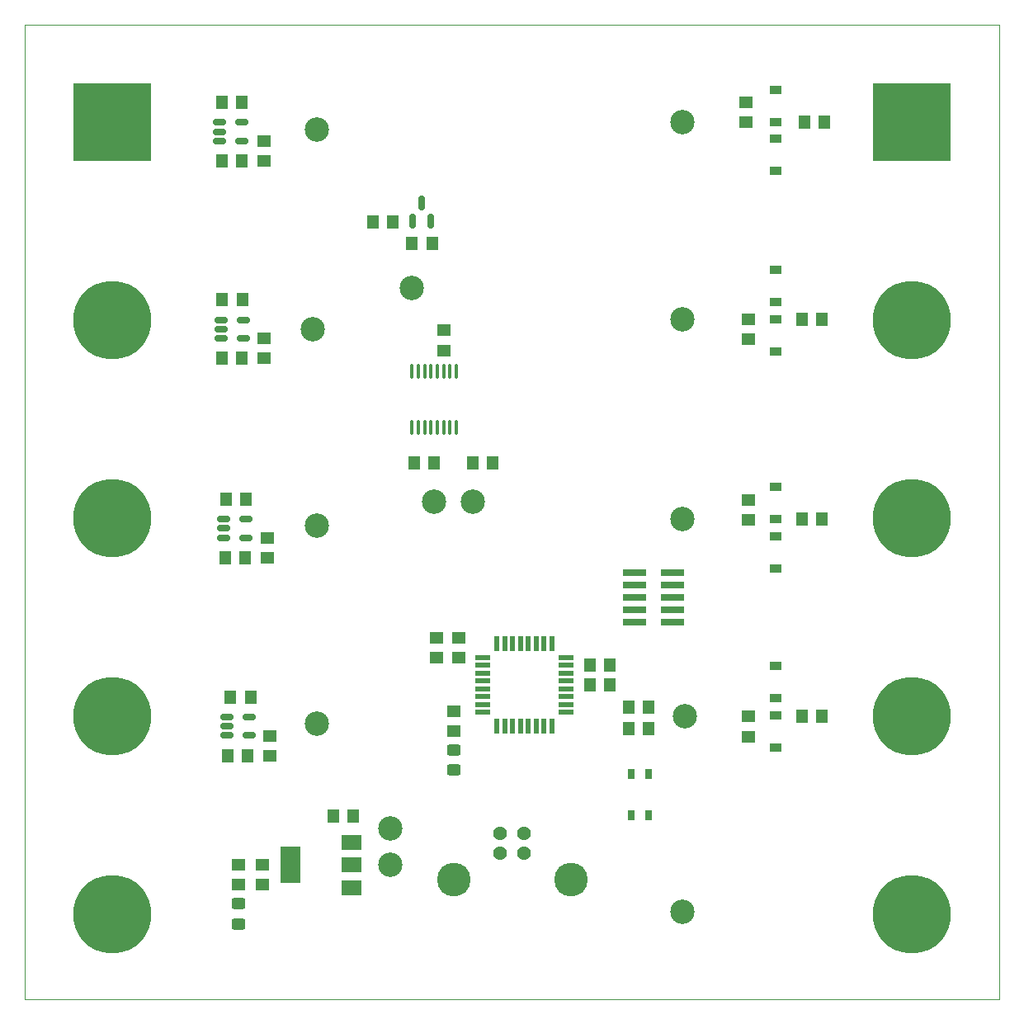
<source format=gts>
%TF.GenerationSoftware,KiCad,Pcbnew,7.0.10*%
%TF.CreationDate,2024-02-21T11:02:04+01:00*%
%TF.ProjectId,CIFAM,43494641-4d2e-46b6-9963-61645f706362,rev?*%
%TF.SameCoordinates,Original*%
%TF.FileFunction,Soldermask,Top*%
%TF.FilePolarity,Negative*%
%FSLAX46Y46*%
G04 Gerber Fmt 4.6, Leading zero omitted, Abs format (unit mm)*
G04 Created by KiCad (PCBNEW 7.0.10) date 2024-02-21 11:02:04*
%MOMM*%
%LPD*%
G01*
G04 APERTURE LIST*
G04 Aperture macros list*
%AMRoundRect*
0 Rectangle with rounded corners*
0 $1 Rounding radius*
0 $2 $3 $4 $5 $6 $7 $8 $9 X,Y pos of 4 corners*
0 Add a 4 corners polygon primitive as box body*
4,1,4,$2,$3,$4,$5,$6,$7,$8,$9,$2,$3,0*
0 Add four circle primitives for the rounded corners*
1,1,$1+$1,$2,$3*
1,1,$1+$1,$4,$5*
1,1,$1+$1,$6,$7*
1,1,$1+$1,$8,$9*
0 Add four rect primitives between the rounded corners*
20,1,$1+$1,$2,$3,$4,$5,0*
20,1,$1+$1,$4,$5,$6,$7,0*
20,1,$1+$1,$6,$7,$8,$9,0*
20,1,$1+$1,$8,$9,$2,$3,0*%
G04 Aperture macros list end*
%ADD10R,1.400000X1.150000*%
%ADD11R,1.200000X0.900000*%
%ADD12RoundRect,0.150000X0.150000X-0.587500X0.150000X0.587500X-0.150000X0.587500X-0.150000X-0.587500X0*%
%ADD13C,2.500000*%
%ADD14R,1.150000X1.400000*%
%ADD15RoundRect,0.150000X-0.512500X-0.150000X0.512500X-0.150000X0.512500X0.150000X-0.512500X0.150000X0*%
%ADD16R,0.800000X1.000000*%
%ADD17RoundRect,0.250000X0.450000X-0.325000X0.450000X0.325000X-0.450000X0.325000X-0.450000X-0.325000X0*%
%ADD18R,2.400000X0.740000*%
%ADD19R,0.550000X1.600000*%
%ADD20R,1.600000X0.550000*%
%ADD21R,8.000000X8.000000*%
%ADD22O,8.000000X8.000000*%
%ADD23C,1.431111*%
%ADD24C,3.450000*%
%ADD25R,2.000000X1.500000*%
%ADD26R,2.000000X3.800000*%
%ADD27RoundRect,0.100000X-0.100000X0.637500X-0.100000X-0.637500X0.100000X-0.637500X0.100000X0.637500X0*%
%TA.AperFunction,Profile*%
%ADD28C,0.100000*%
%TD*%
G04 APERTURE END LIST*
D10*
%TO.C,R8*%
X165300000Y-50662500D03*
X165300000Y-48612500D03*
%TD*%
D11*
%TO.C,D1*%
X168300000Y-55662500D03*
X168300000Y-52362500D03*
%TD*%
D12*
%TO.C,U8*%
X131075000Y-60850000D03*
X132975000Y-60850000D03*
X132025000Y-58975000D03*
%TD*%
D13*
%TO.C,SDA*%
X133300000Y-89600000D03*
%TD*%
%TO.C,OUTJ4*%
X121300000Y-112362500D03*
%TD*%
D11*
%TO.C,D3*%
X168300000Y-65862500D03*
X168300000Y-69162500D03*
%TD*%
D14*
%TO.C,C2*%
X153250000Y-112912500D03*
X155300000Y-112912500D03*
%TD*%
%TO.C,R4*%
X173325000Y-50662500D03*
X171275000Y-50662500D03*
%TD*%
%TO.C,C12*%
X113962500Y-89362500D03*
X111912500Y-89362500D03*
%TD*%
%TO.C,R16*%
X133300000Y-85600000D03*
X131250000Y-85600000D03*
%TD*%
D13*
%TO.C,INJ3*%
X158800000Y-91412500D03*
%TD*%
%TO.C,INJ1*%
X158800000Y-50662500D03*
%TD*%
D14*
%TO.C,C3*%
X125000000Y-121912500D03*
X122950000Y-121912500D03*
%TD*%
D11*
%TO.C,D6*%
X168300000Y-91412500D03*
X168300000Y-88112500D03*
%TD*%
D13*
%TO.C,OUTJ3*%
X121300000Y-92062500D03*
%TD*%
D15*
%TO.C,U7*%
X111662500Y-91412500D03*
X111662500Y-92362500D03*
X111662500Y-93312500D03*
X113937500Y-93312500D03*
X113937500Y-91412500D03*
%TD*%
D11*
%TO.C,D7*%
X168300000Y-106512500D03*
X168300000Y-109812500D03*
%TD*%
D15*
%TO.C,U5*%
X111425000Y-70962500D03*
X111425000Y-71912500D03*
X111425000Y-72862500D03*
X113700000Y-72862500D03*
X113700000Y-70962500D03*
%TD*%
D13*
%TO.C,2.048V*%
X131025000Y-67662500D03*
%TD*%
D15*
%TO.C,U9*%
X111300000Y-50712500D03*
X111300000Y-51662500D03*
X111300000Y-52612500D03*
X113575000Y-52612500D03*
X113575000Y-50712500D03*
%TD*%
D16*
%TO.C,SW2*%
X153531967Y-117562500D03*
X153531967Y-121762500D03*
X155331967Y-121762500D03*
X155331967Y-117562500D03*
%TD*%
D14*
%TO.C,C16*%
X113550000Y-48662500D03*
X111500000Y-48662500D03*
%TD*%
D17*
%TO.C,D11*%
X135300000Y-117162500D03*
X135300000Y-115112500D03*
%TD*%
D14*
%TO.C,R14*%
X155300000Y-110662500D03*
X153250000Y-110662500D03*
%TD*%
%TO.C,C5*%
X149250000Y-108412500D03*
X151300000Y-108412500D03*
%TD*%
D10*
%TO.C,C7*%
X135800000Y-105662500D03*
X135800000Y-103612500D03*
%TD*%
D13*
%TO.C,SCL*%
X137300000Y-89600000D03*
%TD*%
D11*
%TO.C,D4*%
X168300000Y-70912500D03*
X168300000Y-74212500D03*
%TD*%
D18*
%TO.C,J3*%
X153850000Y-96872500D03*
X157750000Y-96872500D03*
X153850000Y-98142500D03*
X157750000Y-98142500D03*
X153850000Y-99412500D03*
X157750000Y-99412500D03*
X153850000Y-100682500D03*
X157750000Y-100682500D03*
X153850000Y-101952500D03*
X157750000Y-101952500D03*
%TD*%
D14*
%TO.C,R1*%
X173100000Y-70912500D03*
X171050000Y-70912500D03*
%TD*%
%TO.C,R24*%
X113550000Y-54662500D03*
X111500000Y-54662500D03*
%TD*%
%TO.C,R3*%
X173100000Y-111662500D03*
X171050000Y-111662500D03*
%TD*%
D19*
%TO.C,U1*%
X145350000Y-104162500D03*
X144550000Y-104162500D03*
X143750000Y-104162500D03*
X142950000Y-104162500D03*
X142150000Y-104162500D03*
X141350000Y-104162500D03*
X140550000Y-104162500D03*
X139750000Y-104162500D03*
D20*
X138300000Y-105612500D03*
X138300000Y-106412500D03*
X138300000Y-107212500D03*
X138300000Y-108012500D03*
X138300000Y-108812500D03*
X138300000Y-109612500D03*
X138300000Y-110412500D03*
X138300000Y-111212500D03*
D19*
X139750000Y-112662500D03*
X140550000Y-112662500D03*
X141350000Y-112662500D03*
X142150000Y-112662500D03*
X142950000Y-112662500D03*
X143750000Y-112662500D03*
X144550000Y-112662500D03*
X145350000Y-112662500D03*
D20*
X146800000Y-111212500D03*
X146800000Y-110412500D03*
X146800000Y-109612500D03*
X146800000Y-108812500D03*
X146800000Y-108012500D03*
X146800000Y-107212500D03*
X146800000Y-106412500D03*
X146800000Y-105612500D03*
%TD*%
D21*
%TO.C,J2*%
X182297500Y-50657500D03*
D22*
X182297500Y-70977500D03*
X182297500Y-91297500D03*
X182297500Y-111617500D03*
X182297500Y-131937500D03*
%TD*%
D14*
%TO.C,R2*%
X173100000Y-91412500D03*
X171050000Y-91412500D03*
%TD*%
D21*
%TO.C,J4*%
X100297500Y-50657500D03*
D22*
X100297500Y-70977500D03*
X100297500Y-91297500D03*
X100297500Y-111617500D03*
X100297500Y-131937500D03*
%TD*%
D23*
%TO.C,J1*%
X140050000Y-123672500D03*
X142550000Y-123672500D03*
X142550000Y-125672500D03*
X140050000Y-125672500D03*
D24*
X135280000Y-128382500D03*
X147320000Y-128382500D03*
%TD*%
D14*
%TO.C,C9*%
X149250000Y-106412500D03*
X151300000Y-106412500D03*
%TD*%
D13*
%TO.C,OUTJ1*%
X121300000Y-51462500D03*
%TD*%
D10*
%TO.C,R21*%
X115800000Y-52637500D03*
X115800000Y-54687500D03*
%TD*%
D13*
%TO.C,INJ4*%
X159050000Y-111662500D03*
%TD*%
D14*
%TO.C,R15*%
X139300000Y-85600000D03*
X137250000Y-85600000D03*
%TD*%
D13*
%TO.C,5V*%
X128800000Y-123162500D03*
%TD*%
D10*
%TO.C,R18*%
X115812500Y-72862500D03*
X115812500Y-74912500D03*
%TD*%
D15*
%TO.C,U6*%
X112037500Y-111712500D03*
X112037500Y-112662500D03*
X112037500Y-113612500D03*
X114312500Y-113612500D03*
X114312500Y-111712500D03*
%TD*%
D13*
%TO.C,GND*%
X158800000Y-131662500D03*
%TD*%
%TO.C,OUTJ2*%
X120800000Y-71962500D03*
%TD*%
D10*
%TO.C,R19*%
X116425000Y-113662500D03*
X116425000Y-115712500D03*
%TD*%
D25*
%TO.C,U2*%
X124850000Y-129212500D03*
D26*
X118550000Y-126912500D03*
D25*
X124850000Y-126912500D03*
X124850000Y-124612500D03*
%TD*%
D10*
%TO.C,R17*%
X135300000Y-111137500D03*
X135300000Y-113187500D03*
%TD*%
D14*
%TO.C,R10*%
X129075000Y-60912500D03*
X127025000Y-60912500D03*
%TD*%
D10*
%TO.C,C4*%
X133550000Y-105662500D03*
X133550000Y-103612500D03*
%TD*%
D14*
%TO.C,C13*%
X131025000Y-63162500D03*
X133075000Y-63162500D03*
%TD*%
%TO.C,R23*%
X114175000Y-115662500D03*
X112125000Y-115662500D03*
%TD*%
%TO.C,C15*%
X114450000Y-109662500D03*
X112400000Y-109662500D03*
%TD*%
D10*
%TO.C,C6*%
X115700000Y-126862500D03*
X115700000Y-128912500D03*
%TD*%
%TO.C,R6*%
X165550000Y-91462500D03*
X165550000Y-89412500D03*
%TD*%
D13*
%TO.C,INJ2*%
X158800000Y-70912500D03*
%TD*%
D14*
%TO.C,R20*%
X113912500Y-95362500D03*
X111862500Y-95362500D03*
%TD*%
%TO.C,C14*%
X113612500Y-68912500D03*
X111562500Y-68912500D03*
%TD*%
D10*
%TO.C,R13*%
X113200000Y-126862500D03*
X113200000Y-128912500D03*
%TD*%
D17*
%TO.C,D10*%
X113200000Y-132937500D03*
X113200000Y-130887500D03*
%TD*%
D10*
%TO.C,C8*%
X134300000Y-72050000D03*
X134300000Y-74100000D03*
%TD*%
D11*
%TO.C,D5*%
X168300000Y-96462500D03*
X168300000Y-93162500D03*
%TD*%
%TO.C,D2*%
X168300000Y-50662500D03*
X168300000Y-47362500D03*
%TD*%
D10*
%TO.C,R5*%
X165550000Y-70912500D03*
X165550000Y-72962500D03*
%TD*%
D11*
%TO.C,D8*%
X168300000Y-111562500D03*
X168300000Y-114862500D03*
%TD*%
D10*
%TO.C,R11*%
X116162500Y-93362500D03*
X116162500Y-95412500D03*
%TD*%
D13*
%TO.C,3.3V*%
X128800000Y-126912500D03*
%TD*%
D27*
%TO.C,U3*%
X135575000Y-76237500D03*
X134925000Y-76237500D03*
X134275000Y-76237500D03*
X133625000Y-76237500D03*
X132975000Y-76237500D03*
X132325000Y-76237500D03*
X131675000Y-76237500D03*
X131025000Y-76237500D03*
X131025000Y-81962500D03*
X131675000Y-81962500D03*
X132325000Y-81962500D03*
X132975000Y-81962500D03*
X133625000Y-81962500D03*
X134275000Y-81962500D03*
X134925000Y-81962500D03*
X135575000Y-81962500D03*
%TD*%
D10*
%TO.C,R7*%
X165550000Y-111662500D03*
X165550000Y-113712500D03*
%TD*%
D14*
%TO.C,R22*%
X113562500Y-74912500D03*
X111512500Y-74912500D03*
%TD*%
D28*
X191300000Y-140662500D02*
X91300000Y-140662500D01*
X91300000Y-40662500D02*
X191300000Y-40662500D01*
X91300000Y-140662500D02*
X91300000Y-40662500D01*
X191300000Y-40662500D02*
X191300000Y-140662500D01*
M02*

</source>
